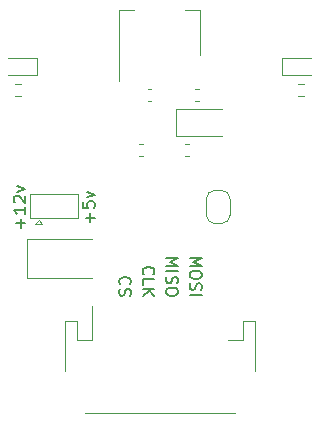
<source format=gbr>
%TF.GenerationSoftware,KiCad,Pcbnew,7.0.6-7.0.6~ubuntu22.04.1*%
%TF.CreationDate,2023-09-05T16:39:34+08:00*%
%TF.ProjectId,CAM_Module,43414d5f-4d6f-4647-956c-652e6b696361,rev?*%
%TF.SameCoordinates,Original*%
%TF.FileFunction,Legend,Top*%
%TF.FilePolarity,Positive*%
%FSLAX46Y46*%
G04 Gerber Fmt 4.6, Leading zero omitted, Abs format (unit mm)*
G04 Created by KiCad (PCBNEW 7.0.6-7.0.6~ubuntu22.04.1) date 2023-09-05 16:39:34*
%MOMM*%
%LPD*%
G01*
G04 APERTURE LIST*
%ADD10C,0.150000*%
%ADD11C,0.120000*%
G04 APERTURE END LIST*
D10*
X152545180Y-64320364D02*
X153545180Y-64320364D01*
X153545180Y-64320364D02*
X152830895Y-64653697D01*
X152830895Y-64653697D02*
X153545180Y-64987030D01*
X153545180Y-64987030D02*
X152545180Y-64987030D01*
X153545180Y-65653697D02*
X153545180Y-65844173D01*
X153545180Y-65844173D02*
X153497561Y-65939411D01*
X153497561Y-65939411D02*
X153402323Y-66034649D01*
X153402323Y-66034649D02*
X153211847Y-66082268D01*
X153211847Y-66082268D02*
X152878514Y-66082268D01*
X152878514Y-66082268D02*
X152688038Y-66034649D01*
X152688038Y-66034649D02*
X152592800Y-65939411D01*
X152592800Y-65939411D02*
X152545180Y-65844173D01*
X152545180Y-65844173D02*
X152545180Y-65653697D01*
X152545180Y-65653697D02*
X152592800Y-65558459D01*
X152592800Y-65558459D02*
X152688038Y-65463221D01*
X152688038Y-65463221D02*
X152878514Y-65415602D01*
X152878514Y-65415602D02*
X153211847Y-65415602D01*
X153211847Y-65415602D02*
X153402323Y-65463221D01*
X153402323Y-65463221D02*
X153497561Y-65558459D01*
X153497561Y-65558459D02*
X153545180Y-65653697D01*
X152592800Y-66463221D02*
X152545180Y-66606078D01*
X152545180Y-66606078D02*
X152545180Y-66844173D01*
X152545180Y-66844173D02*
X152592800Y-66939411D01*
X152592800Y-66939411D02*
X152640419Y-66987030D01*
X152640419Y-66987030D02*
X152735657Y-67034649D01*
X152735657Y-67034649D02*
X152830895Y-67034649D01*
X152830895Y-67034649D02*
X152926133Y-66987030D01*
X152926133Y-66987030D02*
X152973752Y-66939411D01*
X152973752Y-66939411D02*
X153021371Y-66844173D01*
X153021371Y-66844173D02*
X153068990Y-66653697D01*
X153068990Y-66653697D02*
X153116609Y-66558459D01*
X153116609Y-66558459D02*
X153164228Y-66510840D01*
X153164228Y-66510840D02*
X153259466Y-66463221D01*
X153259466Y-66463221D02*
X153354704Y-66463221D01*
X153354704Y-66463221D02*
X153449942Y-66510840D01*
X153449942Y-66510840D02*
X153497561Y-66558459D01*
X153497561Y-66558459D02*
X153545180Y-66653697D01*
X153545180Y-66653697D02*
X153545180Y-66891792D01*
X153545180Y-66891792D02*
X153497561Y-67034649D01*
X152545180Y-67463221D02*
X153545180Y-67463221D01*
X144108866Y-61288094D02*
X144108866Y-60526190D01*
X144489819Y-60907142D02*
X143727914Y-60907142D01*
X143489819Y-59573809D02*
X143489819Y-60049999D01*
X143489819Y-60049999D02*
X143966009Y-60097618D01*
X143966009Y-60097618D02*
X143918390Y-60049999D01*
X143918390Y-60049999D02*
X143870771Y-59954761D01*
X143870771Y-59954761D02*
X143870771Y-59716666D01*
X143870771Y-59716666D02*
X143918390Y-59621428D01*
X143918390Y-59621428D02*
X143966009Y-59573809D01*
X143966009Y-59573809D02*
X144061247Y-59526190D01*
X144061247Y-59526190D02*
X144299342Y-59526190D01*
X144299342Y-59526190D02*
X144394580Y-59573809D01*
X144394580Y-59573809D02*
X144442200Y-59621428D01*
X144442200Y-59621428D02*
X144489819Y-59716666D01*
X144489819Y-59716666D02*
X144489819Y-59954761D01*
X144489819Y-59954761D02*
X144442200Y-60049999D01*
X144442200Y-60049999D02*
X144394580Y-60097618D01*
X143823152Y-59192856D02*
X144489819Y-58954761D01*
X144489819Y-58954761D02*
X143823152Y-58716666D01*
X146640419Y-66558458D02*
X146592800Y-66510839D01*
X146592800Y-66510839D02*
X146545180Y-66367982D01*
X146545180Y-66367982D02*
X146545180Y-66272744D01*
X146545180Y-66272744D02*
X146592800Y-66129887D01*
X146592800Y-66129887D02*
X146688038Y-66034649D01*
X146688038Y-66034649D02*
X146783276Y-65987030D01*
X146783276Y-65987030D02*
X146973752Y-65939411D01*
X146973752Y-65939411D02*
X147116609Y-65939411D01*
X147116609Y-65939411D02*
X147307085Y-65987030D01*
X147307085Y-65987030D02*
X147402323Y-66034649D01*
X147402323Y-66034649D02*
X147497561Y-66129887D01*
X147497561Y-66129887D02*
X147545180Y-66272744D01*
X147545180Y-66272744D02*
X147545180Y-66367982D01*
X147545180Y-66367982D02*
X147497561Y-66510839D01*
X147497561Y-66510839D02*
X147449942Y-66558458D01*
X146592800Y-66939411D02*
X146545180Y-67082268D01*
X146545180Y-67082268D02*
X146545180Y-67320363D01*
X146545180Y-67320363D02*
X146592800Y-67415601D01*
X146592800Y-67415601D02*
X146640419Y-67463220D01*
X146640419Y-67463220D02*
X146735657Y-67510839D01*
X146735657Y-67510839D02*
X146830895Y-67510839D01*
X146830895Y-67510839D02*
X146926133Y-67463220D01*
X146926133Y-67463220D02*
X146973752Y-67415601D01*
X146973752Y-67415601D02*
X147021371Y-67320363D01*
X147021371Y-67320363D02*
X147068990Y-67129887D01*
X147068990Y-67129887D02*
X147116609Y-67034649D01*
X147116609Y-67034649D02*
X147164228Y-66987030D01*
X147164228Y-66987030D02*
X147259466Y-66939411D01*
X147259466Y-66939411D02*
X147354704Y-66939411D01*
X147354704Y-66939411D02*
X147449942Y-66987030D01*
X147449942Y-66987030D02*
X147497561Y-67034649D01*
X147497561Y-67034649D02*
X147545180Y-67129887D01*
X147545180Y-67129887D02*
X147545180Y-67367982D01*
X147545180Y-67367982D02*
X147497561Y-67510839D01*
X138238866Y-61764285D02*
X138238866Y-61002381D01*
X138619819Y-61383333D02*
X137857914Y-61383333D01*
X138619819Y-60002381D02*
X138619819Y-60573809D01*
X138619819Y-60288095D02*
X137619819Y-60288095D01*
X137619819Y-60288095D02*
X137762676Y-60383333D01*
X137762676Y-60383333D02*
X137857914Y-60478571D01*
X137857914Y-60478571D02*
X137905533Y-60573809D01*
X137715057Y-59621428D02*
X137667438Y-59573809D01*
X137667438Y-59573809D02*
X137619819Y-59478571D01*
X137619819Y-59478571D02*
X137619819Y-59240476D01*
X137619819Y-59240476D02*
X137667438Y-59145238D01*
X137667438Y-59145238D02*
X137715057Y-59097619D01*
X137715057Y-59097619D02*
X137810295Y-59050000D01*
X137810295Y-59050000D02*
X137905533Y-59050000D01*
X137905533Y-59050000D02*
X138048390Y-59097619D01*
X138048390Y-59097619D02*
X138619819Y-59669047D01*
X138619819Y-59669047D02*
X138619819Y-59050000D01*
X137953152Y-58716666D02*
X138619819Y-58478571D01*
X138619819Y-58478571D02*
X137953152Y-58240476D01*
X148640419Y-65701315D02*
X148592800Y-65653696D01*
X148592800Y-65653696D02*
X148545180Y-65510839D01*
X148545180Y-65510839D02*
X148545180Y-65415601D01*
X148545180Y-65415601D02*
X148592800Y-65272744D01*
X148592800Y-65272744D02*
X148688038Y-65177506D01*
X148688038Y-65177506D02*
X148783276Y-65129887D01*
X148783276Y-65129887D02*
X148973752Y-65082268D01*
X148973752Y-65082268D02*
X149116609Y-65082268D01*
X149116609Y-65082268D02*
X149307085Y-65129887D01*
X149307085Y-65129887D02*
X149402323Y-65177506D01*
X149402323Y-65177506D02*
X149497561Y-65272744D01*
X149497561Y-65272744D02*
X149545180Y-65415601D01*
X149545180Y-65415601D02*
X149545180Y-65510839D01*
X149545180Y-65510839D02*
X149497561Y-65653696D01*
X149497561Y-65653696D02*
X149449942Y-65701315D01*
X148545180Y-66606077D02*
X148545180Y-66129887D01*
X148545180Y-66129887D02*
X149545180Y-66129887D01*
X148545180Y-66939411D02*
X149545180Y-66939411D01*
X148545180Y-67510839D02*
X149116609Y-67082268D01*
X149545180Y-67510839D02*
X148973752Y-66939411D01*
X150545180Y-64320364D02*
X151545180Y-64320364D01*
X151545180Y-64320364D02*
X150830895Y-64653697D01*
X150830895Y-64653697D02*
X151545180Y-64987030D01*
X151545180Y-64987030D02*
X150545180Y-64987030D01*
X150545180Y-65463221D02*
X151545180Y-65463221D01*
X150592800Y-65891792D02*
X150545180Y-66034649D01*
X150545180Y-66034649D02*
X150545180Y-66272744D01*
X150545180Y-66272744D02*
X150592800Y-66367982D01*
X150592800Y-66367982D02*
X150640419Y-66415601D01*
X150640419Y-66415601D02*
X150735657Y-66463220D01*
X150735657Y-66463220D02*
X150830895Y-66463220D01*
X150830895Y-66463220D02*
X150926133Y-66415601D01*
X150926133Y-66415601D02*
X150973752Y-66367982D01*
X150973752Y-66367982D02*
X151021371Y-66272744D01*
X151021371Y-66272744D02*
X151068990Y-66082268D01*
X151068990Y-66082268D02*
X151116609Y-65987030D01*
X151116609Y-65987030D02*
X151164228Y-65939411D01*
X151164228Y-65939411D02*
X151259466Y-65891792D01*
X151259466Y-65891792D02*
X151354704Y-65891792D01*
X151354704Y-65891792D02*
X151449942Y-65939411D01*
X151449942Y-65939411D02*
X151497561Y-65987030D01*
X151497561Y-65987030D02*
X151545180Y-66082268D01*
X151545180Y-66082268D02*
X151545180Y-66320363D01*
X151545180Y-66320363D02*
X151497561Y-66463220D01*
X151545180Y-67082268D02*
X151545180Y-67272744D01*
X151545180Y-67272744D02*
X151497561Y-67367982D01*
X151497561Y-67367982D02*
X151402323Y-67463220D01*
X151402323Y-67463220D02*
X151211847Y-67510839D01*
X151211847Y-67510839D02*
X150878514Y-67510839D01*
X150878514Y-67510839D02*
X150688038Y-67463220D01*
X150688038Y-67463220D02*
X150592800Y-67367982D01*
X150592800Y-67367982D02*
X150545180Y-67272744D01*
X150545180Y-67272744D02*
X150545180Y-67082268D01*
X150545180Y-67082268D02*
X150592800Y-66987030D01*
X150592800Y-66987030D02*
X150688038Y-66891792D01*
X150688038Y-66891792D02*
X150878514Y-66844173D01*
X150878514Y-66844173D02*
X151211847Y-66844173D01*
X151211847Y-66844173D02*
X151402323Y-66891792D01*
X151402323Y-66891792D02*
X151497561Y-66987030D01*
X151497561Y-66987030D02*
X151545180Y-67082268D01*
D11*
%TO.C,D4*%
X138740000Y-66050000D02*
X144250000Y-66050000D01*
X138740000Y-62750000D02*
X138740000Y-66050000D01*
X138740000Y-62750000D02*
X144250000Y-62750000D01*
%TO.C,D3*%
X155300000Y-51715000D02*
X151415000Y-51715000D01*
X151415000Y-53985000D02*
X155300000Y-53985000D01*
X151415000Y-51715000D02*
X151415000Y-53985000D01*
%TO.C,JP2*%
X143100000Y-60907500D02*
X139000000Y-60907500D01*
X143100000Y-58907500D02*
X143100000Y-60907500D01*
X139750000Y-61107500D02*
X140050000Y-61407500D01*
X139750000Y-61107500D02*
X139450000Y-61407500D01*
X139450000Y-61407500D02*
X140050000Y-61407500D01*
X139000000Y-60907500D02*
X139000000Y-58907500D01*
X139000000Y-58907500D02*
X143100000Y-58907500D01*
%TO.C,R2*%
X138253474Y-50620000D02*
X137744026Y-50620000D01*
X138253474Y-49575000D02*
X137744026Y-49575000D01*
%TO.C,D2*%
X139638750Y-48867500D02*
X139638750Y-47397500D01*
X139638750Y-47397500D02*
X137178750Y-47397500D01*
X137178750Y-48867500D02*
X139638750Y-48867500D01*
%TO.C,C4*%
X149283767Y-51010000D02*
X148991233Y-51010000D01*
X149283767Y-49990000D02*
X148991233Y-49990000D01*
%TO.C,JP1*%
X155250000Y-61400000D02*
X154650000Y-61400000D01*
X153950000Y-60700000D02*
X153950000Y-59300000D01*
X155950000Y-59300000D02*
X155950000Y-60700000D01*
X154650000Y-58600000D02*
X155250000Y-58600000D01*
X153950000Y-60700000D02*
G75*
G03*
X154650000Y-61400000I699999J-1D01*
G01*
X155250000Y-61400000D02*
G75*
G03*
X155950000Y-60700000I1J699999D01*
G01*
X154650000Y-58600000D02*
G75*
G03*
X153950000Y-59300000I0J-700000D01*
G01*
X155950000Y-59300000D02*
G75*
G03*
X155250000Y-58600000I-700000J0D01*
G01*
%TO.C,C1*%
X148546267Y-55710000D02*
X148253733Y-55710000D01*
X148546267Y-54690000D02*
X148253733Y-54690000D01*
%TO.C,R1*%
X161744026Y-49577500D02*
X162253474Y-49577500D01*
X161744026Y-50622500D02*
X162253474Y-50622500D01*
%TO.C,C3*%
X153016233Y-49990000D02*
X153308767Y-49990000D01*
X153016233Y-51010000D02*
X153308767Y-51010000D01*
%TO.C,C2*%
X152446267Y-55710000D02*
X152153733Y-55710000D01*
X152446267Y-54690000D02*
X152153733Y-54690000D01*
%TO.C,D1*%
X160361250Y-47400000D02*
X160361250Y-48870000D01*
X160361250Y-48870000D02*
X162821250Y-48870000D01*
X162821250Y-47400000D02*
X160361250Y-47400000D01*
%TO.C,J1*%
X141940000Y-69640000D02*
X142960000Y-69640000D01*
X141940000Y-73890000D02*
X141940000Y-69640000D01*
X142960000Y-69640000D02*
X142960000Y-71240000D01*
X142960000Y-71240000D02*
X144240000Y-71240000D01*
X143660000Y-77460000D02*
X156340000Y-77460000D01*
X144240000Y-71240000D02*
X144240000Y-68350000D01*
X157040000Y-69640000D02*
X157040000Y-71240000D01*
X157040000Y-71240000D02*
X155760000Y-71240000D01*
X158060000Y-69640000D02*
X157040000Y-69640000D01*
X158060000Y-73890000D02*
X158060000Y-69640000D01*
%TO.C,U2*%
X146590000Y-49350000D02*
X146590000Y-43340000D01*
X153410000Y-47100000D02*
X153410000Y-43340000D01*
X146590000Y-43340000D02*
X147850000Y-43340000D01*
X153410000Y-43340000D02*
X152150000Y-43340000D01*
%TD*%
M02*

</source>
